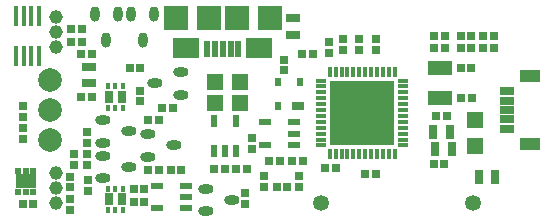
<source format=gbs>
G04 ================== begin FILE IDENTIFICATION RECORD ==================*
G04 Layout Name:  RC-TranponderV12.brd*
G04 Film Name:    Soldermask_bot*
G04 File Format:  Gerber RS274X*
G04 File Origin:  Cadence Allegro 17.2-S042*
G04 Origin Date:  Fri Apr 26 16:06:40 2019*
G04 *
G04 Layer:  PACKAGE GEOMETRY/SOLDERMASK_BOTTOM*
G04 Layer:  BOARD GEOMETRY/SOLDERMASK_BOTTOM*
G04 Layer:  PIN/SOLDERMASK_BOTTOM*
G04 Layer:  VIA CLASS/SOLDERMASK_BOTTOM*
G04 *
G04 Offset:    (0.0000 0.0000)*
G04 Mirror:    No*
G04 Mode:      Positive*
G04 Rotation:  0*
G04 FullContactRelief:  No*
G04 UndefLineWidth:     0.1500*
G04 ================== end FILE IDENTIFICATION RECORD ====================*
%FSAX55Y55*MOMM*%
%IR0*IPPOS*OFA0.00000B0.00000*MIA0B0*SFA1.00000B1.00000*%
%ADD31R,1.X.7*%
%ADD20O,.8X1.3*%
%ADD16R,.7X1.1*%
%ADD18O,1.3X.8*%
%ADD19R,1.2X.8*%
%ADD34R,.8X1.2*%
%ADD27R,.5X1.45*%
%ADD13R,.45X1.7*%
%ADD37R,1.15X.65*%
%ADD10R,.75X.75*%
%ADD21R,1.0922X.6096*%
%ADD25R,.6096X1.0922*%
%ADD23R,2.X2.1*%
%ADD35R,2.1X1.3*%
%ADD24R,2.1X2.1*%
%ADD22R,2.3X1.8*%
%ADD15C,2.*%
%ADD11R,1.82X1.22*%
%ADD36R,1.75X1.05*%
%ADD28R,.6X.7*%
%ADD17R,.45X.6*%
%ADD12R,.5X.55*%
%ADD33R,5.5X5.5*%
%ADD14C,1.15*%
%ADD32R,.4X.95*%
%ADD29C,1.35*%
%ADD30R,.95X.4*%
%ADD26R,1.45X1.45*%
%LPD*%
G75*
G54D10*
X-0004180000Y0000105000D03*
X-0004090000Y0000105000D03*
X-0004175000Y0000845000D03*
X-0004175000Y0000655000D03*
X-0004175000Y0000745000D03*
X-0004175000Y0000935000D03*
X-0003780000Y0000145000D03*
X-0003780000Y0000055000D03*
X-0003745000Y0000525000D03*
X-0003745000Y0000435000D03*
X-0003780000Y0000335000D03*
X-0003780000Y0000245000D03*
X-0003685000Y0001010000D03*
X-0003685000Y0001375000D03*
X-0003770000Y0001480000D03*
X-0003770000Y0001585000D03*
X-0003635000Y0000435000D03*
X-0003635000Y0000525000D03*
X-0003625000Y0000305000D03*
X-0003625000Y0000215000D03*
X-0003635000Y0000625000D03*
X-0003635000Y0000715000D03*
X-0003595000Y0001010000D03*
X-0003595000Y0001375000D03*
X-0003680000Y0001480000D03*
X-0003680000Y0001585000D03*
X-0003150000Y0000125000D03*
X-0003240000Y0000125000D03*
X-0003240000Y0000230000D03*
X-0003150000Y0000230000D03*
X-0003115000Y0000395000D03*
X-0003025000Y0000395000D03*
X-0003025000Y0000815000D03*
X-0003115000Y0000815000D03*
X-0003000000Y0000920000D03*
X-0003190000Y0000975000D03*
X-0003190000Y0001065000D03*
X-0003275000Y0001260000D03*
X-0003185000Y0001260000D03*
X-0002925000Y0000395000D03*
X-0002835000Y0000395000D03*
X-0002910000Y0000920000D03*
X-0002370000Y0000400000D03*
X-0002470000Y0000400000D03*
X-0002560000Y0000400000D03*
X-0002295000Y0000195000D03*
X-0002295000Y0000105000D03*
X-0002280000Y0000400000D03*
X-0002030000Y0000250000D03*
X-0002135000Y0000250000D03*
X-0002135000Y0000340000D03*
X-0002000000Y0000470000D03*
X-0002090000Y0000470000D03*
X-0002235000Y0000570000D03*
X-0002235000Y0000660000D03*
X-0001840000Y0000340000D03*
X-0001840000Y0000250000D03*
X-0001940000Y0000250000D03*
X-0001900000Y0000470000D03*
X-0001810000Y0000470000D03*
X-0001970000Y0001325000D03*
X-0001970000Y0001235000D03*
X-0001815000Y0001375000D03*
X-0001725000Y0001375000D03*
X-0001620000Y0000405000D03*
X-0001530000Y0000405000D03*
X-0001590000Y0001385000D03*
X-0001590000Y0001475000D03*
X-0001470000Y0001500000D03*
X-0001470000Y0001410000D03*
X-0001330000Y0001500000D03*
X-0001330000Y0001410000D03*
X-0001280000Y0000360000D03*
X-0001190000Y0000360000D03*
X-0001190000Y0001500000D03*
X-0001190000Y0001410000D03*
X-0000610000Y0000440000D03*
X-0000700000Y0000440000D03*
X-0000680000Y0000850000D03*
X-0000605000Y0001425000D03*
X-0000695000Y0001425000D03*
X-0000695000Y0001525000D03*
X-0000605000Y0001525000D03*
X-0000590000Y0000850000D03*
X-0000465000Y0001005000D03*
X-0000375000Y0001005000D03*
X-0000470000Y0001260000D03*
X-0000380000Y0001260000D03*
X-0000380000Y0001425000D03*
X-0000470000Y0001425000D03*
X-0000470000Y0001525000D03*
X-0000380000Y0001525000D03*
X-0000280000Y0001425000D03*
X-0000280000Y0001525000D03*
X-0000190000Y0001425000D03*
X-0000190000Y0001525000D03*
G54D11*
X-0004155000Y0000295000D03*
G54D20*
X-0003470000Y0001495000D03*
X-0003565000Y0001715000D03*
X-0003375000Y0001715000D03*
X-0003165000Y0001495000D03*
X-0003260000Y0001715000D03*
X-0003070000Y0001715000D03*
G54D30*
X-0001650000Y0000850000D03*
X-0001650000Y0000800000D03*
X-0001650000Y0000750000D03*
X-0001650000Y0000700000D03*
X-0001650000Y0000650000D03*
X-0001650000Y0000600000D03*
X-0001650000Y0001150000D03*
X-0001650000Y0001100000D03*
X-0001650000Y0001050000D03*
X-0001650000Y0001000000D03*
X-0001650000Y0000950000D03*
X-0001650000Y0000900000D03*
X-0000960000Y0000600000D03*
X-0000960000Y0000650000D03*
X-0000960000Y0000700000D03*
X-0000960000Y0000750000D03*
X-0000960000Y0000800000D03*
X-0000960000Y0000850000D03*
X-0000960000Y0000900000D03*
X-0000960000Y0000950000D03*
X-0000960000Y0001000000D03*
X-0000960000Y0001050000D03*
X-0000960000Y0001100000D03*
X-0000960000Y0001150000D03*
G54D12*
X-0004090000Y0000387500D03*
X-0004155000Y0000387500D03*
X-0004220000Y0000387500D03*
X-0004220000Y0000202500D03*
X-0004155000Y0000202500D03*
X-0004090000Y0000202500D03*
G54D21*
X-0003043920Y0000072040D03*
X-0003043920Y0000260000D03*
X-0002795000Y0000166020D03*
X-0002795000Y0000072040D03*
X-0002795000Y0000260000D03*
X-0002128920Y0000607040D03*
X-0002128920Y0000795000D03*
X-0001880000Y0000795000D03*
X-0001880000Y0000701020D03*
X-0001880000Y0000607040D03*
G54D22*
X-0002795000Y0001425000D03*
X-0002175000Y0001425000D03*
G54D13*
X-0004237500Y0001355000D03*
X-0004172500Y0001355000D03*
X-0004107500Y0001355000D03*
X-0004042500Y0001355000D03*
X-0004042500Y0001695000D03*
X-0004107500Y0001695000D03*
X-0004172500Y0001695000D03*
X-0004237500Y0001695000D03*
G54D31*
X-0001850000Y0000935000D03*
G54D32*
X-0001580000Y0000530000D03*
X-0001530000Y0000530000D03*
X-0001480000Y0000530000D03*
X-0001430000Y0000530000D03*
X-0001380000Y0000530000D03*
X-0001330000Y0000530000D03*
X-0001330000Y0001220000D03*
X-0001380000Y0001220000D03*
X-0001430000Y0001220000D03*
X-0001480000Y0001220000D03*
X-0001530000Y0001220000D03*
X-0001580000Y0001220000D03*
X-0001280000Y0000530000D03*
X-0001230000Y0000530000D03*
X-0001180000Y0000530000D03*
X-0001130000Y0000530000D03*
X-0001080000Y0000530000D03*
X-0001030000Y0000530000D03*
X-0001030000Y0001220000D03*
X-0001080000Y0001220000D03*
X-0001130000Y0001220000D03*
X-0001180000Y0001220000D03*
X-0001230000Y0001220000D03*
X-0001280000Y0001220000D03*
G54D14*
X-0003900000Y0000115000D03*
X-0003900000Y0000365000D03*
X-0003900000Y0000240000D03*
X-0003900000Y0001560000D03*
X-0003900000Y0001435000D03*
X-0003900000Y0001685000D03*
G54D23*
X-0002885000Y0001680000D03*
X-0002085000Y0001680000D03*
G54D33*
X-0001305000Y0000875000D03*
G54D15*
X-0003946000Y0000900000D03*
X-0003946000Y0000646000D03*
X-0003946000Y0001154000D03*
G54D24*
X-0002605000Y0001680000D03*
X-0002365000Y0001680000D03*
G54D25*
X-0002375000Y0000555000D03*
X-0002468980Y0000555000D03*
X-0002562960Y0000555000D03*
X-0002562960Y0000803920D03*
X-0002375000Y0000803920D03*
G54D34*
X-0000705000Y0000710000D03*
X-0000685000Y0000570000D03*
X-0000320000Y0000330000D03*
X-0000565000Y0000710000D03*
X-0000545000Y0000570000D03*
X-0000180000Y0000330000D03*
G54D16*
X-0003447500Y0000145000D03*
X-0003447500Y0001010000D03*
X-0003342500Y0000145000D03*
X-0003342500Y0001010000D03*
G54D26*
X-0002551680Y0001140000D03*
X-0002338320Y0001140000D03*
X-0002551680Y0000960000D03*
X-0002338320Y0000960000D03*
X-0000350000Y0000811680D03*
X-0000350000Y0000598320D03*
G54D17*
X-0003460000Y0000055000D03*
X-0003395000Y0000055000D03*
X-0003395000Y0000235000D03*
X-0003460000Y0000235000D03*
X-0003460000Y0000920000D03*
X-0003395000Y0000920000D03*
X-0003395000Y0001100000D03*
X-0003460000Y0001100000D03*
X-0003330000Y0000055000D03*
X-0003330000Y0000235000D03*
X-0003330000Y0000920000D03*
X-0003330000Y0001100000D03*
G54D35*
X-0000645000Y0001005000D03*
X-0000645000Y0001255000D03*
G54D36*
X0000116000Y0000615000D03*
X0000116000Y0001185000D03*
G54D27*
X-0002615000Y0001412500D03*
X-0002355000Y0001412500D03*
X-0002550000Y0001412500D03*
X-0002420000Y0001412500D03*
X-0002485000Y0001412500D03*
G54D18*
X-0003500000Y0000325000D03*
X-0003500000Y0000515000D03*
X-0003500000Y0000625000D03*
X-0003500000Y0000815000D03*
X-0003280000Y0000420000D03*
X-0003115000Y0000505000D03*
X-0003280000Y0000720000D03*
X-0003115000Y0000695000D03*
X-0003060000Y0001125000D03*
X-0002895000Y0000600000D03*
X-0002840000Y0001220000D03*
X-0002840000Y0001030000D03*
X-0002625000Y0000045000D03*
X-0002405000Y0000140000D03*
X-0002625000Y0000235000D03*
G54D28*
X-0002020000Y0000935000D03*
X-0002020000Y0001135000D03*
X-0001830000Y0001135000D03*
G54D37*
X-0000076000Y0000740000D03*
X-0000076000Y0000820000D03*
X-0000076000Y0000900000D03*
X-0000076000Y0000980000D03*
X-0000076000Y0001060000D03*
G54D19*
X-0003620000Y0001125000D03*
X-0003620000Y0001265000D03*
X-0001895000Y0001535000D03*
X-0001895000Y0001675000D03*
G54D29*
X-0001655000Y0000110000D03*
X-0000365000Y0000110000D03*
M02*

</source>
